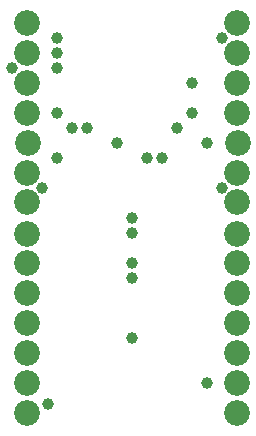
<source format=gbr>
G04 GERBER ASCII OUTPUT FROM: EDWIN 2000 (VER. 1.1 REV. 20011025)*
G04 GERBER FORMAT: RX-274-X*
G04 BOARD: 28_PIN_DIL_ADAPTER*
G04 ARTWORK OF SOLD.MASK POSITIVE*
%ASAXBY*%
%FSLAX23Y23*%
%MIA0B0*%
%MOIN*%
%OFA0.0000B0.0000*%
%SFA1B1*%
%IJA0B0*%
%INLAYER30POS*%
%IOA0B0*%
%IPPOS*%
%IR0*%
G04 APERTURE MACROS*
%AMEDWDONUT*
1,1,$1,$2,$3*
1,0,$4,$2,$3*
%
%AMEDWFRECT*
2,1,$1,$2,$3,$4,$5,$6*
%
%AMEDWORECT*
2,1,$1,$2,$3,$4,$5,$10*
2,1,$1,$4,$5,$6,$7,$10*
2,1,$1,$6,$7,$8,$9,$10*
2,1,$1,$8,$9,$2,$3,$10*
1,1,$1,$2,$3*
1,1,$1,$4,$5*
1,1,$1,$6,$7*
1,1,$1,$8,$9*
%
%AMEDWLINER*
2,1,$1,$2,$3,$4,$5,$6*
1,1,$1,$2,$3*
1,1,$1,$4,$5*
%
%AMEDWFTRNG*
4,1,3,$1,$2,$3,$4,$5,$6,$7,$8,$9*
%
%AMEDWATRNG*
4,1,3,$1,$2,$3,$4,$5,$6,$7,$8,$9*
2,1,$11,$1,$2,$3,$4,$10*
2,1,$11,$3,$4,$5,$6,$10*
2,1,$11,$5,$6,$7,$8,$10*
1,1,$11,$3,$4*
1,1,$11,$5,$6*
1,1,$11,$7,$8*
%
%AMEDWOTRNG*
2,1,$1,$2,$3,$4,$5,$8*
2,1,$1,$4,$5,$6,$7,$8*
2,1,$1,$6,$7,$2,$3,$8*
1,1,$1,$2,$3*
1,1,$1,$4,$5*
1,1,$1,$6,$7*
%
G04*
G04 APERTURE LIST*
%ADD10R,0.0580X0.0500*%
%ADD11R,0.0820X0.0740*%
%ADD12R,0.0480X0.0400*%
%ADD13R,0.0720X0.0640*%
%ADD14R,0.0570X0.0670*%
%ADD15R,0.0810X0.0910*%
%ADD16R,0.0470X0.0570*%
%ADD17R,0.0710X0.0810*%
%ADD18R,0.0490X0.0670*%
%ADD19R,0.0730X0.0910*%
%ADD20R,0.0390X0.0570*%
%ADD21R,0.0630X0.0810*%
%ADD22R,0.0750X0.0250*%
%ADD23R,0.0990X0.0490*%
%ADD24R,0.0700X0.0200*%
%ADD25R,0.0940X0.0440*%
%ADD26R,0.0900X0.0350*%
%ADD27R,0.1140X0.0590*%
%ADD28R,0.0800X0.0250*%
%ADD29R,0.1040X0.0490*%
%ADD30R,0.0850X0.0250*%
%ADD31R,0.1090X0.0490*%
%ADD32R,0.0750X0.0150*%
%ADD33R,0.0990X0.0390*%
%ADD34C,0.0010*%
%ADD36C,0.0020*%
%ADD37R,0.0020X0.0020*%
%ADD38C,0.0030*%
%ADD39R,0.0030X0.0030*%
%ADD40C,0.0040*%
%ADD41R,0.0040X0.0040*%
%ADD42C,0.0050*%
%ADD43R,0.0050X0.0050*%
%ADD44C,0.00787*%
%ADD45R,0.00787X0.00787*%
%ADD46C,0.0080*%
%ADD48C,0.0090*%
%ADD49R,0.0090X0.0090*%
%ADD50C,0.00984*%
%ADD51R,0.00984X0.00984*%
%ADD52C,0.0120*%
%ADD54C,0.01299*%
%ADD56C,0.0130*%
%ADD58C,0.01969*%
%ADD59R,0.01969X0.01969*%
%ADD60C,0.0250*%
%ADD61R,0.0250X0.0250*%
%ADD62C,0.0290*%
%ADD64C,0.0320*%
%ADD66C,0.0350*%
%ADD67R,0.0350X0.0350*%
%ADD68C,0.0360*%
%ADD70C,0.03699*%
%ADD72C,0.0370*%
%ADD73R,0.0370X0.0370*%
%ADD74C,0.03937*%
%ADD75R,0.03937X0.03937*%
%ADD76C,0.0490*%
%ADD77R,0.0490X0.0490*%
%ADD78C,0.0500*%
%ADD79R,0.0500X0.0500*%
%ADD80C,0.0560*%
%ADD81R,0.0560X0.0560*%
%ADD82C,0.0590*%
%ADD83R,0.0590X0.0590*%
%ADD84C,0.05906*%
%ADD85R,0.05906X0.05906*%
%ADD86C,0.0600*%
%ADD87R,0.0600X0.0600*%
%ADD88C,0.0620*%
%ADD89R,0.0620X0.0620*%
%ADD90C,0.06693*%
%ADD91R,0.06693X0.06693*%
%ADD92C,0.06906*%
%ADD93R,0.06906X0.06906*%
%ADD94C,0.0700*%
%ADD95R,0.0700X0.0700*%
%ADD96C,0.0740*%
%ADD97R,0.0740X0.0740*%
%ADD98C,0.0800*%
%ADD99R,0.0800X0.0800*%
%ADD100C,0.0840*%
%ADD101R,0.0840X0.0840*%
%ADD102C,0.0860*%
%ADD104C,0.0900*%
%ADD105R,0.0900X0.0900*%
%ADD106C,0.0940*%
%ADD107R,0.0940X0.0940*%
%ADD108C,0.1040*%
%ADD109R,0.1040X0.1040*%
%ADD110C,0.1100*%
%ADD113R,0.1140X0.1140*%
%ADD114C,0.2140*%
%ADD115R,0.2140X0.2140*%
%ADD116C,0.3140*%
%ADD117R,0.3140X0.3140*%
%ADD118C,0.4140*%
%ADD119R,0.4140X0.4140*%
%ADD120C,0.5140*%
%ADD121R,0.5140X0.5140*%
%ADD122C,0.6140*%
%ADD123R,0.6140X0.6140*%
%ADD124C,0.7140*%
%ADD125R,0.7140X0.7140*%
%ADD126C,0.8140*%
%ADD127R,0.8140X0.8140*%
%ADD128C,0.9140*%
%ADD129R,0.9140X0.9140*%
%ADD130C,1.0140*%
%ADD131R,1.0140X1.0140*%
%ADD132C,1.1140*%
%ADD133R,1.1140X1.1140*%
%ADD134C,1.2140*%
%ADD135R,1.2140X1.2140*%
%ADD136C,1.3140*%
%ADD137R,1.3140X1.3140*%
%ADD138C,1.4140*%
%ADD139R,1.4140X1.4140*%
%ADD140C,1.5140*%
%ADD141R,1.5140X1.5140*%
%ADD142C,1.6140*%
%ADD143R,1.6140X1.6140*%
%ADD144C,1.7140*%
%ADD145R,1.7140X1.7140*%
%ADD146C,1.8140*%
%ADD147R,1.8140X1.8140*%
%ADD148C,1.9140*%
%ADD149R,1.9140X1.9140*%
G04*
D102*
X84Y1371D02*D03*
X84Y1271D02*D03*
X84Y1171D02*D03*
X84Y1071D02*D03*
X86Y969D02*D03*
X84Y871D02*D03*
X84Y772D02*D03*
X84Y668D02*D03*
X84Y571D02*D03*
X84Y471D02*D03*
X84Y371D02*D03*
X84Y271D02*D03*
X84Y171D02*D03*
X84Y71D02*D03*
X784Y1371D02*D03*
X784Y1271D02*D03*
X784Y1171D02*D03*
X784Y1071D02*D03*
X786Y969D02*D03*
X784Y871D02*D03*
X784Y772D02*D03*
X784Y668D02*D03*
X784Y571D02*D03*
X784Y471D02*D03*
X784Y371D02*D03*
X784Y271D02*D03*
X784Y171D02*D03*
X784Y71D02*D03*
D74* 
X184Y1321D02*D03*
X184Y921D02*D03*
X184Y1271D02*D03*
X384Y971D02*D03*
X184Y1221D02*D03*
X134Y821D02*D03*
X434Y571D02*D03*
X34Y1221D02*D03*
X184Y1071D02*D03*
X434Y521D02*D03*
X234Y1021D02*D03*
X284Y1021D02*D03*
X684Y171D02*D03*
X434Y321D02*D03*
X584Y1021D02*D03*
X634Y1071D02*D03*
X534Y921D02*D03*
X734Y1321D02*D03*
X434Y721D02*D03*
X634Y1171D02*D03*
X684Y971D02*D03*
X434Y671D02*D03*
X734Y821D02*D03*
X484Y921D02*D03*
X154Y99D02*D03*
M02*

</source>
